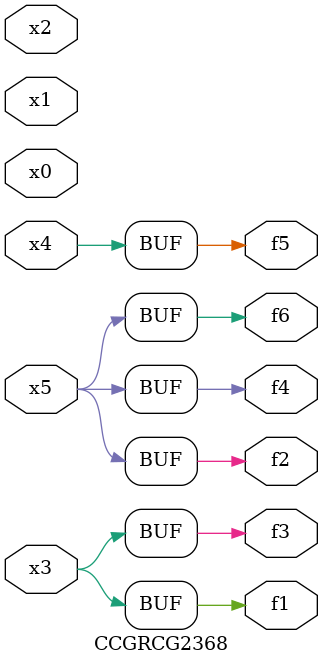
<source format=v>
module CCGRCG2368(
	input x0, x1, x2, x3, x4, x5,
	output f1, f2, f3, f4, f5, f6
);
	assign f1 = x3;
	assign f2 = x5;
	assign f3 = x3;
	assign f4 = x5;
	assign f5 = x4;
	assign f6 = x5;
endmodule

</source>
